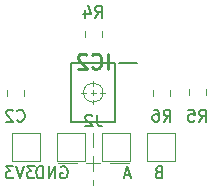
<source format=gbr>
G04 #@! TF.GenerationSoftware,KiCad,Pcbnew,(5.1.2)-2*
G04 #@! TF.CreationDate,2019-12-09T19:24:06+00:00*
G04 #@! TF.ProjectId,encoder_pcb,656e636f-6465-4725-9f70-63622e6b6963,rev?*
G04 #@! TF.SameCoordinates,Original*
G04 #@! TF.FileFunction,Legend,Bot*
G04 #@! TF.FilePolarity,Positive*
%FSLAX46Y46*%
G04 Gerber Fmt 4.6, Leading zero omitted, Abs format (unit mm)*
G04 Created by KiCad (PCBNEW (5.1.2)-2) date 2019-12-09 19:24:06*
%MOMM*%
%LPD*%
G04 APERTURE LIST*
%ADD10C,0.120000*%
%ADD11C,0.150000*%
%ADD12C,0.200000*%
%ADD13C,0.254000*%
G04 APERTURE END LIST*
D10*
X110000000Y-121400000D02*
X110000000Y-121800000D01*
X111400000Y-120000000D02*
X113000000Y-120000000D01*
X107000000Y-120000000D02*
X108600000Y-120000000D01*
X109400000Y-120000000D02*
X110600000Y-120000000D01*
X110000000Y-119400000D02*
X110000000Y-120600000D01*
X110000000Y-117400000D02*
X110000000Y-118600000D01*
X110000000Y-115000000D02*
X110000000Y-114600000D01*
X109000000Y-114000000D02*
X109400000Y-114000000D01*
X110000000Y-113000000D02*
X110000000Y-113400000D01*
X110600000Y-114000000D02*
X111000000Y-114000000D01*
X109800000Y-114000000D02*
X110200000Y-114000000D01*
X110000000Y-113800000D02*
X110000000Y-114200000D01*
X110824621Y-114000000D02*
G75*
G03X110824621Y-114000000I-824621J0D01*
G01*
D11*
X115528571Y-120728571D02*
X115385714Y-120776190D01*
X115338095Y-120823809D01*
X115290476Y-120919047D01*
X115290476Y-121061904D01*
X115338095Y-121157142D01*
X115385714Y-121204761D01*
X115480952Y-121252380D01*
X115861904Y-121252380D01*
X115861904Y-120252380D01*
X115528571Y-120252380D01*
X115433333Y-120300000D01*
X115385714Y-120347619D01*
X115338095Y-120442857D01*
X115338095Y-120538095D01*
X115385714Y-120633333D01*
X115433333Y-120680952D01*
X115528571Y-120728571D01*
X115861904Y-120728571D01*
X113138095Y-120966666D02*
X112661904Y-120966666D01*
X113233333Y-121252380D02*
X112900000Y-120252380D01*
X112566666Y-121252380D01*
X107261904Y-120300000D02*
X107357142Y-120252380D01*
X107500000Y-120252380D01*
X107642857Y-120300000D01*
X107738095Y-120395238D01*
X107785714Y-120490476D01*
X107833333Y-120680952D01*
X107833333Y-120823809D01*
X107785714Y-121014285D01*
X107738095Y-121109523D01*
X107642857Y-121204761D01*
X107500000Y-121252380D01*
X107404761Y-121252380D01*
X107261904Y-121204761D01*
X107214285Y-121157142D01*
X107214285Y-120823809D01*
X107404761Y-120823809D01*
X106785714Y-121252380D02*
X106785714Y-120252380D01*
X106214285Y-121252380D01*
X106214285Y-120252380D01*
X105738095Y-121252380D02*
X105738095Y-120252380D01*
X105500000Y-120252380D01*
X105357142Y-120300000D01*
X105261904Y-120395238D01*
X105214285Y-120490476D01*
X105166666Y-120680952D01*
X105166666Y-120823809D01*
X105214285Y-121014285D01*
X105261904Y-121109523D01*
X105357142Y-121204761D01*
X105500000Y-121252380D01*
X105738095Y-121252380D01*
X105038095Y-120252380D02*
X104419047Y-120252380D01*
X104752380Y-120633333D01*
X104609523Y-120633333D01*
X104514285Y-120680952D01*
X104466666Y-120728571D01*
X104419047Y-120823809D01*
X104419047Y-121061904D01*
X104466666Y-121157142D01*
X104514285Y-121204761D01*
X104609523Y-121252380D01*
X104895238Y-121252380D01*
X104990476Y-121204761D01*
X105038095Y-121157142D01*
X104133333Y-120252380D02*
X103800000Y-121252380D01*
X103466666Y-120252380D01*
X103228571Y-120252380D02*
X102609523Y-120252380D01*
X102942857Y-120633333D01*
X102800000Y-120633333D01*
X102704761Y-120680952D01*
X102657142Y-120728571D01*
X102609523Y-120823809D01*
X102609523Y-121061904D01*
X102657142Y-121157142D01*
X102704761Y-121204761D01*
X102800000Y-121252380D01*
X103085714Y-121252380D01*
X103180952Y-121204761D01*
X103228571Y-121157142D01*
D10*
X116510000Y-113741422D02*
X116510000Y-114258578D01*
X115090000Y-113741422D02*
X115090000Y-114258578D01*
X119510000Y-113678922D02*
X119510000Y-114196078D01*
X118090000Y-113678922D02*
X118090000Y-114196078D01*
X109290000Y-109258578D02*
X109290000Y-108741422D01*
X110710000Y-109258578D02*
X110710000Y-108741422D01*
X114515000Y-119800000D02*
X116915000Y-119800000D01*
X116915000Y-117400000D02*
X114515000Y-117400000D01*
X114515000Y-117400000D02*
X114515000Y-119800000D01*
X116915000Y-119800000D02*
X116915000Y-117400000D01*
X113105000Y-117400000D02*
X110705000Y-117400000D01*
X110705000Y-117400000D02*
X110705000Y-119800000D01*
X110705000Y-119800000D02*
X113105000Y-119800000D01*
X113105000Y-119800000D02*
X113105000Y-117400000D01*
X109295000Y-117400000D02*
X106895000Y-117400000D01*
X109295000Y-119800000D02*
X109295000Y-117400000D01*
X106895000Y-119800000D02*
X109295000Y-119800000D01*
X106895000Y-117400000D02*
X106895000Y-119800000D01*
X103085000Y-117400000D02*
X103085000Y-119800000D01*
X105485000Y-117400000D02*
X103085000Y-117400000D01*
X105485000Y-119800000D02*
X105485000Y-117400000D01*
X103085000Y-119800000D02*
X105485000Y-119800000D01*
D12*
X113675000Y-111475000D02*
X112200000Y-111475000D01*
X111850000Y-116500000D02*
X111850000Y-111500000D01*
X108150000Y-116500000D02*
X111850000Y-116500000D01*
X108150000Y-111500000D02*
X108150000Y-116500000D01*
X111850000Y-111500000D02*
X108150000Y-111500000D01*
D10*
X102690000Y-114258578D02*
X102690000Y-113741422D01*
X104110000Y-114258578D02*
X104110000Y-113741422D01*
D11*
X115966666Y-116452380D02*
X116300000Y-115976190D01*
X116538095Y-116452380D02*
X116538095Y-115452380D01*
X116157142Y-115452380D01*
X116061904Y-115500000D01*
X116014285Y-115547619D01*
X115966666Y-115642857D01*
X115966666Y-115785714D01*
X116014285Y-115880952D01*
X116061904Y-115928571D01*
X116157142Y-115976190D01*
X116538095Y-115976190D01*
X115109523Y-115452380D02*
X115300000Y-115452380D01*
X115395238Y-115500000D01*
X115442857Y-115547619D01*
X115538095Y-115690476D01*
X115585714Y-115880952D01*
X115585714Y-116261904D01*
X115538095Y-116357142D01*
X115490476Y-116404761D01*
X115395238Y-116452380D01*
X115204761Y-116452380D01*
X115109523Y-116404761D01*
X115061904Y-116357142D01*
X115014285Y-116261904D01*
X115014285Y-116023809D01*
X115061904Y-115928571D01*
X115109523Y-115880952D01*
X115204761Y-115833333D01*
X115395238Y-115833333D01*
X115490476Y-115880952D01*
X115538095Y-115928571D01*
X115585714Y-116023809D01*
X118966666Y-116452380D02*
X119300000Y-115976190D01*
X119538095Y-116452380D02*
X119538095Y-115452380D01*
X119157142Y-115452380D01*
X119061904Y-115500000D01*
X119014285Y-115547619D01*
X118966666Y-115642857D01*
X118966666Y-115785714D01*
X119014285Y-115880952D01*
X119061904Y-115928571D01*
X119157142Y-115976190D01*
X119538095Y-115976190D01*
X118061904Y-115452380D02*
X118538095Y-115452380D01*
X118585714Y-115928571D01*
X118538095Y-115880952D01*
X118442857Y-115833333D01*
X118204761Y-115833333D01*
X118109523Y-115880952D01*
X118061904Y-115928571D01*
X118014285Y-116023809D01*
X118014285Y-116261904D01*
X118061904Y-116357142D01*
X118109523Y-116404761D01*
X118204761Y-116452380D01*
X118442857Y-116452380D01*
X118538095Y-116404761D01*
X118585714Y-116357142D01*
X110166666Y-107652380D02*
X110500000Y-107176190D01*
X110738095Y-107652380D02*
X110738095Y-106652380D01*
X110357142Y-106652380D01*
X110261904Y-106700000D01*
X110214285Y-106747619D01*
X110166666Y-106842857D01*
X110166666Y-106985714D01*
X110214285Y-107080952D01*
X110261904Y-107128571D01*
X110357142Y-107176190D01*
X110738095Y-107176190D01*
X109309523Y-106985714D02*
X109309523Y-107652380D01*
X109547619Y-106604761D02*
X109785714Y-107319047D01*
X109166666Y-107319047D01*
X110333333Y-115852380D02*
X110333333Y-116566666D01*
X110380952Y-116709523D01*
X110476190Y-116804761D01*
X110619047Y-116852380D01*
X110714285Y-116852380D01*
X109904761Y-115947619D02*
X109857142Y-115900000D01*
X109761904Y-115852380D01*
X109523809Y-115852380D01*
X109428571Y-115900000D01*
X109380952Y-115947619D01*
X109333333Y-116042857D01*
X109333333Y-116138095D01*
X109380952Y-116280952D01*
X109952380Y-116852380D01*
X109333333Y-116852380D01*
D13*
X111239761Y-111974523D02*
X111239761Y-110704523D01*
X109909285Y-111853571D02*
X109969761Y-111914047D01*
X110151190Y-111974523D01*
X110272142Y-111974523D01*
X110453571Y-111914047D01*
X110574523Y-111793095D01*
X110635000Y-111672142D01*
X110695476Y-111430238D01*
X110695476Y-111248809D01*
X110635000Y-111006904D01*
X110574523Y-110885952D01*
X110453571Y-110765000D01*
X110272142Y-110704523D01*
X110151190Y-110704523D01*
X109969761Y-110765000D01*
X109909285Y-110825476D01*
X109425476Y-110825476D02*
X109365000Y-110765000D01*
X109244047Y-110704523D01*
X108941666Y-110704523D01*
X108820714Y-110765000D01*
X108760238Y-110825476D01*
X108699761Y-110946428D01*
X108699761Y-111067380D01*
X108760238Y-111248809D01*
X109485952Y-111974523D01*
X108699761Y-111974523D01*
D11*
X103566666Y-116357142D02*
X103614285Y-116404761D01*
X103757142Y-116452380D01*
X103852380Y-116452380D01*
X103995238Y-116404761D01*
X104090476Y-116309523D01*
X104138095Y-116214285D01*
X104185714Y-116023809D01*
X104185714Y-115880952D01*
X104138095Y-115690476D01*
X104090476Y-115595238D01*
X103995238Y-115500000D01*
X103852380Y-115452380D01*
X103757142Y-115452380D01*
X103614285Y-115500000D01*
X103566666Y-115547619D01*
X103185714Y-115547619D02*
X103138095Y-115500000D01*
X103042857Y-115452380D01*
X102804761Y-115452380D01*
X102709523Y-115500000D01*
X102661904Y-115547619D01*
X102614285Y-115642857D01*
X102614285Y-115738095D01*
X102661904Y-115880952D01*
X103233333Y-116452380D01*
X102614285Y-116452380D01*
M02*

</source>
